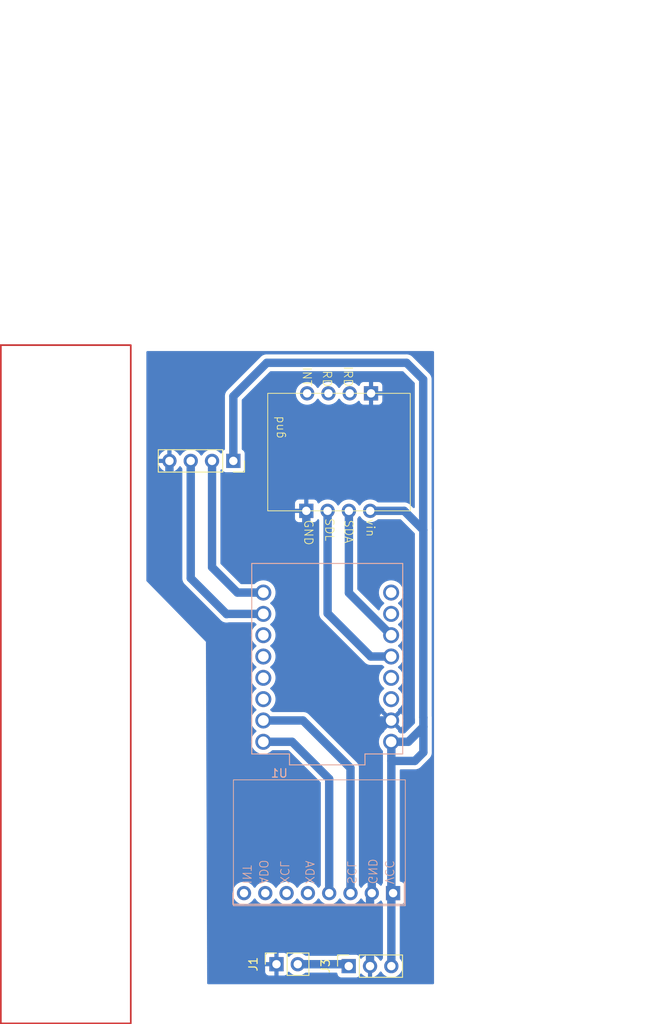
<source format=kicad_pcb>
(kicad_pcb (version 20221018) (generator pcbnew)
  (layers (0 "F.Cu" signal) (31 "B.Cu" signal) (34 "B.Paste" user) (35 "F.Paste" user) (36 "B.SilkS" user "B.Silkscreen") (37 "F.SilkS" user "F.Silkscreen") (38 "B.Mask" user) (39 "F.Mask" user) (44 "Edge.Cuts" user))
  (net 0 "")
  (net 1 "RX")
  (net 2 "TX")
  (net 3 "GND")
  (net 19 "Net-(J1-Pin_2)")
  (net 20 "+5V")
  (net 21 "SCL")
  (net 22 "SDA")
  (net 23 "SDAM")
  (net 24 "SCLM")
  (footprint "Connector_PinSocket_2.54mm:PinSocket_1x04_P2.54mm_Vertical" (layer "F.Cu") (at 77.152 69.423 -90)
    (fp_text reference "J2" hide)
    (fp_text value "GPS")
    (fp_line (start -1.33 1.27) (end -1.33 8.95) (stroke (width 0.12)) (layer "F.SilkS"))
    (fp_line (start -1.33 1.27) (end 1.33 1.27) (stroke (width 0.12)) (layer "F.SilkS"))
    (fp_line (start -1.33 8.95) (end 1.33 8.95) (stroke (width 0.12)) (layer "F.SilkS"))
    (fp_line (start 0 -1.33) (end 1.33 -1.33) (stroke (width 0.12)) (layer "F.SilkS"))
    (fp_line (start 1.33 -1.33) (end 1.33 0) (stroke (width 0.12)) (layer "F.SilkS"))
    (fp_line (start 1.33 1.27) (end 1.33 8.95) (stroke (width 0.12)) (layer "F.SilkS"))
    (pad "1" thru_hole rect (at 0 0 270) (size 1.7 1.7) (drill 1) (layers "*.Cu" "*.Mask") (net 20 "+5V"))
    (pad "2" thru_hole oval (at 0 2.54 270) (size 1.7 1.7) (drill 1) (layers "*.Cu" "*.Mask") (net 1 "RX"))
    (pad "3" thru_hole oval (at 0 5.08 270) (size 1.7 1.7) (drill 1) (layers "*.Cu" "*.Mask") (net 2 "TX"))
    (pad "4" thru_hole oval (at 0 7.62 270) (size 1.7 1.7) (drill 1) (layers "*.Cu" "*.Mask") (net 3 "GND"))
  )
  (footprint "Connector_PinSocket_2.54mm:PinSocket_1x03_P2.54mm_Vertical" (layer "F.Cu") (at 90.912 129.623 90)
    (fp_text reference "J3" (at 0 -2.77 90) (layer "F.SilkS"))
    (fp_text value "L7805")
    (fp_line (start -1.33 1.27) (end -1.33 6.41) (stroke (width 0.12)) (layer "F.SilkS"))
    (fp_line (start -1.33 1.27) (end 1.33 1.27) (stroke (width 0.12)) (layer "F.SilkS"))
    (fp_line (start -1.33 6.41) (end 1.33 6.41) (stroke (width 0.12)) (layer "F.SilkS"))
    (fp_line (start 0 -1.33) (end 1.33 -1.33) (stroke (width 0.12)) (layer "F.SilkS"))
    (fp_line (start 1.33 -1.33) (end 1.33 0) (stroke (width 0.12)) (layer "F.SilkS"))
    (fp_line (start 1.33 1.27) (end 1.33 6.41) (stroke (width 0.12)) (layer "F.SilkS"))
    (pad "1" thru_hole rect (at 0 0 90) (size 1.7 1.7) (drill 1) (layers "*.Cu" "*.Mask") (net 19 "Net-(J1-Pin_2)"))
    (pad "2" thru_hole oval (at 0 2.54 90) (size 1.7 1.7) (drill 1) (layers "*.Cu" "*.Mask") (net 3 "GND"))
    (pad "3" thru_hole oval (at 0 5.08 90) (size 1.7 1.7) (drill 1) (layers "*.Cu" "*.Mask") (net 20 "+5V"))
  )
  (footprint "Connector_PinSocket_2.54mm:PinSocket_1x02_P2.54mm_Vertical" (layer "F.Cu") (at 82.296 129.3948 90)
    (fp_text reference "J1" (at 0 -2.77 90) (layer "F.SilkS"))
    (fp_text value "7.4")
    (fp_line (start -1.33 1.27) (end -1.33 3.87) (stroke (width 0.12)) (layer "F.SilkS"))
    (fp_line (start -1.33 1.27) (end 1.33 1.27) (stroke (width 0.12)) (layer "F.SilkS"))
    (fp_line (start -1.33 3.87) (end 1.33 3.87) (stroke (width 0.12)) (layer "F.SilkS"))
    (fp_line (start 0 -1.33) (end 1.33 -1.33) (stroke (width 0.12)) (layer "F.SilkS"))
    (fp_line (start 1.33 -1.33) (end 1.33 0) (stroke (width 0.12)) (layer "F.SilkS"))
    (fp_line (start 1.33 1.27) (end 1.33 3.87) (stroke (width 0.12)) (layer "F.SilkS"))
    (pad "1" thru_hole rect (at 0 0 90) (size 1.7 1.7) (drill 1) (layers "*.Cu" "*.Mask") (net 3 "GND"))
    (pad "2" thru_hole oval (at 0 2.54 90) (size 1.7 1.7) (drill 1) (layers "*.Cu" "*.Mask") (net 19 "Net-(J1-Pin_2)"))
  )
  (footprint "HUELLAS MIAS:Max30102" (layer "F.Cu") (at 91.052 67.373 180)
    (fp_text reference "U2" hide)
    (fp_text value "~")
    (fp_text user "GND" (at 5.52 -9 270 unlocked) (layer "F.SilkS") (effects (font (thickness 0.1)) (justify left bottom)))
    (fp_text user "vin" (at -1.88 -8.9 270 unlocked) (layer "F.SilkS") (effects (font (thickness 0.1)) (justify left bottom)))
    (fp_text user "IRD" (at 0.8 9.3 270 unlocked) (layer "F.SilkS") (effects (font (thickness 0.1)) (justify left bottom)))
    (fp_text user "SDL" (at 3.02 -8.8 270 unlocked) (layer "F.SilkS") (effects (font (thickness 0.1)) (justify left bottom)))
    (fp_text user "SDA" (at 0.72 -9 270 unlocked) (layer "F.SilkS") (effects (font (thickness 0.1)) (justify left bottom)))
    (fp_text user "gnd" (at 7.87 0.54 90 unlocked) (layer "F.SilkS") (effects (font (thickness 0.1)) (justify left bottom)))
    (fp_text user "RD" (at 3.3 8.8 270 unlocked) (layer "F.SilkS") (effects (font (thickness 0.1)) (justify left bottom)))
    (fp_text user "INT" (at 5.7 9.2 270 unlocked) (layer "F.SilkS") (effects (font (thickness 0.1)) (justify left bottom)))
    (fp_rect (start 9.8 6) (end -7.2 -8) (stroke (width 0.1)) (fill none) (layer "F.SilkS"))
    (pad "1" thru_hole rect (at 5.2 -8 90) (size 1.7 1.7) (drill 1) (layers "*.Cu" "*.Mask") (net 3 "GND"))
    (pad "2" thru_hole oval (at 2.66 -8 90) (size 1.7 1.7) (drill 1) (layers "*.Cu" "*.Mask") (net 24 "SCLM"))
    (pad "3" thru_hole oval (at 0.12 -8 90) (size 1.7 1.7) (drill 1) (layers "*.Cu" "*.Mask") (net 23 "SDAM"))
    (pad "4" thru_hole oval (at -2.42 -8 90) (size 1.7 1.7) (drill 1) (layers "*.Cu" "*.Mask") (net 20 "+5V"))
    (pad "5" thru_hole rect (at -2.52 6 270) (size 1.7 1.7) (drill 1) (layers "*.Cu" "*.Mask") (net 3 "GND"))
    (pad "6" thru_hole oval (at 0.02 6 270) (size 1.7 1.7) (drill 1) (layers "*.Cu" "*.Mask"))
    (pad "7" thru_hole oval (at 2.56 6 270) (size 1.7 1.7) (drill 1) (layers "*.Cu" "*.Mask"))
    (pad "8" thru_hole oval (at 5.1 6 270) (size 1.7 1.7) (drill 1) (layers "*.Cu" "*.Mask"))
  )
  (footprint "ESP32-C3_SUPERMINI_TH:MODULE_ESP32-C3_SUPERMINI" (layer "B.Cu") (at 88.3486 92.9916)
    (fp_text reference "U1" (at -5.715 13.6525) (layer "B.SilkS") (effects (justify mirror)))
    (fp_text value "ESP32-C3_SUPERMINI_TH" hide)
    (fp_line (start -9 -11.35) (end -9 11.35) (stroke (width 0.127)) (layer "B.SilkS"))
    (fp_line (start -4.5 11.35) (end -9 11.35) (stroke (width 0.127)) (layer "B.SilkS"))
    (fp_line (start -4.5 12.65) (end -4.5 11.35) (stroke (width 0.127)) (layer "B.SilkS"))
    (fp_line (start 4.5 12.65) (end -4.5 12.65) (stroke (width 0.127)) (layer "B.SilkS"))
    (fp_line (start 4.5 12.65) (end 4.5 11.35) (stroke (width 0.127)) (layer "B.SilkS"))
    (fp_line (start 9 -11.35) (end -9 -11.35) (stroke (width 0.127)) (layer "B.SilkS"))
    (fp_line (start 9 -11.35) (end 9 11.35) (stroke (width 0.127)) (layer "B.SilkS"))
    (fp_line (start 9 11.35) (end 4.5 11.35) (stroke (width 0.127)) (layer "B.SilkS"))
    (pad "0" thru_hole circle (at 7.62 -7.88) (size 1.905 1.905) (drill 1.27) (layers "*.Cu" "*.Mask"))
    (pad "1" thru_hole circle (at 7.62 -5.34) (size 1.905 1.905) (drill 1.27) (layers "*.Cu" "*.Mask"))
    (pad "2" thru_hole circle (at 7.62 -2.8) (size 1.905 1.905) (drill 1.27) (layers "*.Cu" "*.Mask") (net 23 "SDAM"))
    (pad "3" thru_hole circle (at 7.62 -0.26) (size 1.905 1.905) (drill 1.27) (layers "*.Cu" "*.Mask") (net 24 "SCLM"))
    (pad "3.3" thru_hole circle (at 7.62 4.82) (size 1.905 1.905) (drill 1.27) (layers "*.Cu" "*.Mask"))
    (pad "4" thru_hole circle (at 7.62 2.28) (size 1.905 1.905) (drill 1.27) (layers "*.Cu" "*.Mask"))
    (pad "5" thru_hole circle (at -7.62 9.9) (size 1.905 1.905) (drill 1.27) (layers "*.Cu" "*.Mask") (net 22 "SDA"))
    (pad "5V" thru_hole circle (at 7.62 9.9) (size 1.905 1.905) (drill 1.27) (layers "*.Cu" "*.Mask") (net 20 "+5V"))
    (pad "6" thru_hole circle (at -7.62 7.36) (size 1.905 1.905) (drill 1.27) (layers "*.Cu" "*.Mask") (net 21 "SCL"))
    (pad "7" thru_hole circle (at -7.62 4.82) (size 1.905 1.905) (drill 1.27) (layers "*.Cu" "*.Mask"))
    (pad "8" thru_hole circle (at -7.62 2.28) (size 1.905 1.905) (drill 1.27) (layers "*.Cu" "*.Mask"))
    (pad "9" thru_hole circle (at -7.62 -0.26) (size 1.905 1.905) (drill 1.27) (layers "*.Cu" "*.Mask"))
    (pad "10" thru_hole circle (at -7.62 -2.8) (size 1.905 1.905) (drill 1.27) (layers "*.Cu" "*.Mask"))
    (pad "20" thru_hole circle (at -7.62 -5.34) (size 1.905 1.905) (drill 1.27) (layers "*.Cu" "*.Mask") (net 2 "TX"))
    (pad "21" thru_hole circle (at -7.62 -7.88) (size 1.905 1.905) (drill 1.27) (layers "*.Cu" "*.Mask") (net 1 "RX"))
    (pad "G" thru_hole circle (at 7.62 7.36) (size 1.905 1.905) (drill 1.27) (layers "*.Cu" "*.Mask") (net 3 "GND"))
  )
  (footprint "HUELLAS MIAS:MPU6050" (layer "B.Cu") (at 88.162 114.423 90)
    (fp_text reference "MPU1" hide)
    (fp_text value "~")
    (fp_text user "INT" (at -5.5 -10 270 unlocked) (layer "B.SilkS") (effects (font (thickness 0.1)) (justify left bottom mirror)))
    (fp_text user "XCL" (at -5.5 -5.5 270 unlocked) (layer "B.SilkS") (effects (font (thickness 0.1)) (justify left bottom mirror)))
    (fp_text user "ADO" (at -5.5 -8 270 unlocked) (layer "B.SilkS") (effects (font (thickness 0.1)) (justify left bottom mirror)))
    (fp_text user "SCL" (at -5.5 2.5 270 unlocked) (layer "B.SilkS") (effects (font (thickness 0.1)) (justify left bottom mirror)))
    (fp_text user "VCC" (at -5.5 7 270 unlocked) (layer "B.SilkS") (effects (font (thickness 0.1)) (justify left bottom mirror)))
    (fp_text user "XDA" (at -5.5 -2.5 270 unlocked) (layer "B.SilkS") (effects (font (thickness 0.1)) (justify left bottom mirror)))
    (fp_text user "GND" (at -5.5 5 270 unlocked) (layer "B.SilkS") (effects (font (thickness 0.1)) (justify left bottom mirror)))
    (fp_line (start -7.83 -11.07) (end -7.83 -9.74) (stroke (width 0.12)) (layer "B.SilkS"))
    (fp_line (start -7.83 -8.47) (end -7.83 9.37) (stroke (width 0.12)) (layer "B.SilkS"))
    (fp_line (start -7.83 6.77) (end -7.83 -11.07) (stroke (width 0.12)) (layer "B.SilkS"))
    (fp_line (start -6.5 -11.07) (end -7.83 -11.07) (stroke (width 0.12)) (layer "B.SilkS"))
    (fp_line (start -5.17 9.37) (end -7.83 9.37) (stroke (width 0.12)) (layer "B.SilkS"))
    (fp_rect (start -8 9.5) (end 7 -11) (stroke (width 0.1)) (fill none) (layer "B.SilkS"))
    (pad "1" thru_hole rect (at -6.5 8.04 90) (size 1.7 1.7) (drill 1) (layers "*.Cu" "*.Mask") (net 20 "+5V"))
    (pad "2" thru_hole oval (at -6.5 5.5 90) (size 1.7 1.7) (drill 1) (layers "*.Cu" "*.Mask") (net 3 "GND"))
    (pad "3" thru_hole oval (at -6.5 2.96 90) (size 1.7 1.7) (drill 1) (layers "*.Cu" "*.Mask") (net 21 "SCL"))
    (pad "4" thru_hole oval (at -6.5 0.42 90) (size 1.7 1.7) (drill 1) (layers "*.Cu" "*.Mask") (net 22 "SDA"))
    (pad "5" thru_hole oval (at -6.5 -2.12 90) (size 1.7 1.7) (drill 1) (layers "*.Cu" "*.Mask"))
    (pad "6" thru_hole oval (at -6.5 -4.66 90) (size 1.7 1.7) (drill 1) (layers "*.Cu" "*.Mask"))
    (pad "7" thru_hole oval (at -6.5 -7.2 90) (size 1.7 1.7) (drill 1) (layers "*.Cu" "*.Mask"))
    (pad "8" thru_hole oval (at -6.5 -9.74 90) (size 1.7 1.7) (drill 1) (layers "*.Cu" "*.Mask"))
  )
  (gr_rect (start 49.4284 55.626) (end 64.9224 136.4488) (stroke (width 0.2)) (fill none) (layer "F.Cu"))
  (segment (start 80.7286 85.1116) (end 77.6306 85.1116) (width 1) (layer "B.Cu") (net 1))
  (segment (start 80.7072 85.133) (end 80.7286 85.1116) (width 1) (layer "B.Cu") (net 1))
  (segment (start 77.6306 85.1116) (end 74.612 82.093) (width 1) (layer "B.Cu") (net 1))
  (segment (start 74.612 82.093) (end 74.612 69.423) (width 1) (layer "B.Cu") (net 1))
  (segment (start 76.352 87.683) (end 76.3834 87.6516) (width 1) (layer "B.Cu") (net 2))
  (segment (start 72.072 83.403) (end 76.352 87.683) (width 1) (layer "B.Cu") (net 2))
  (segment (start 80.7072 87.673) (end 80.7286 87.6516) (width 1) (layer "B.Cu") (net 2))
  (segment (start 72.072 69.423) (end 72.072 83.403) (width 1) (layer "B.Cu") (net 2))
  (segment (start 76.3834 87.6516) (end 80.7286 87.6516) (width 1) (layer "B.Cu") (net 2))
  (segment (start 93.452 129.623) (end 93.452 125.893) (width 1) (layer "B.Cu") (net 3))
  (segment (start 95.6834 100.3516) (end 93.662 102.373) (width 1) (layer "B.Cu") (net 3))
  (segment (start 93.662 61.283) (end 93.572 61.373) (width 1) (layer "B.Cu") (net 3))
  (segment (start 93.662 102.373) (end 93.662 120.923) (width 1) (layer "B.Cu") (net 3))
  (segment (start 75.522 89.923) (end 69.532 83.933) (width 1) (layer "B.Cu") (net 3))
  (segment (start 75.522 123.763) (end 75.522 89.923) (width 1) (layer "B.Cu") (net 3))
  (segment (start 93.452 125.893) (end 77.652 125.893) (width 1) (layer "B.Cu") (net 3))
  (segment (start 77.652 125.893) (end 75.522 123.763) (width 1) (layer "B.Cu") (net 3))
  (segment (start 93.452 125.893) (end 93.452 121.133) (width 1) (layer "B.Cu") (net 3))
  (segment (start 69.532 83.933) (end 69.532 69.423) (width 1) (layer "B.Cu") (net 3))
  (segment (start 95.9686 100.3516) (end 92.6706 100.3516) (width 1) (layer "B.Cu") (net 3))
  (segment (start 93.452 121.133) (end 93.662 120.923) (width 1) (layer "B.Cu") (net 3))
  (segment (start 95.9686 100.3516) (end 95.6834 100.3516) (width 1) (layer "B.Cu") (net 3))
  (segment (start 92.6706 100.3516) (end 85.852 93.533) (width 1) (layer "B.Cu") (net 3))
  (segment (start 85.852 93.533) (end 85.852 75.373) (width 1) (layer "B.Cu") (net 3))
  (segment (start 84.836 129.3948) (end 90.6838 129.3948) (width 1) (layer "B.Cu") (net 19))
  (segment (start 90.6838 129.3948) (end 90.912 129.623) (width 1) (layer "B.Cu") (net 19))
  (segment (start 95.992 102.915) (end 95.9686 102.8916) (width 1) (layer "B.Cu") (net 20))
  (segment (start 99.792 77.643) (end 99.792 59.723) (width 1) (layer "B.Cu") (net 20))
  (segment (start 99.537 77.388) (end 99.802 77.653) (width 1) (layer "B.Cu") (net 20))
  (segment (start 98.792 105.173) (end 99.812 104.153) (width 1) (layer "B.Cu") (net 20))
  (segment (start 95.992 129.623) (end 95.992 105.173) (width 1) (layer "B.Cu") (net 20))
  (segment (start 77.152 69.423) (end 77.152 61.723) (width 1) (layer "B.Cu") (net 20))
  (segment (start 99.812 104.153) (end 99.812 101.103) (width 1) (layer "B.Cu") (net 20))
  (segment (start 99.802 99.993) (end 99.812 100.003) (width 1) (layer "B.Cu") (net 20))
  (segment (start 99.812 100.003) (end 99.812 101.103) (width 1) (layer "B.Cu") (net 20))
  (segment (start 97.522 75.373) (end 99.537 77.388) (width 1) (layer "B.Cu") (net 20))
  (segment (start 99.802 77.653) (end 99.792 77.643) (width 1) (layer "B.Cu") (net 20))
  (segment (start 99.802 77.653) (end 99.802 99.993) (width 1) (layer "B.Cu") (net 20))
  (segment (start 98.0234 102.8916) (end 95.9686 102.8916) (width 1) (layer "B.Cu") (net 20))
  (segment (start 99.812 101.103) (end 98.0234 102.8916) (width 1) (layer "B.Cu") (net 20))
  (segment (start 93.472 75.373) (end 97.522 75.373) (width 1) (layer "B.Cu") (net 20))
  (segment (start 99.792 59.723) (end 97.802 57.733) (width 1) (layer "B.Cu") (net 20))
  (segment (start 77.152 61.723) (end 81.142 57.733) (width 1) (layer "B.Cu") (net 20))
  (segment (start 95.992 105.173) (end 98.792 105.173) (width 1) (layer "B.Cu") (net 20))
  (segment (start 97.802 57.733) (end 81.142 57.733) (width 1) (layer "B.Cu") (net 20))
  (segment (start 95.992 105.173) (end 95.992 102.915) (width 1) (layer "B.Cu") (net 20))
  (segment (start 85.4534 100.3516) (end 91.122 106.0202) (width 1) (layer "B.Cu") (net 21))
  (segment (start 91.122 106.0202) (end 91.122 120.923) (width 1) (layer "B.Cu") (net 21))
  (segment (start 80.7286 100.3516) (end 85.4534 100.3516) (width 1) (layer "B.Cu") (net 21))
  (segment (start 88.582 120.923) (end 88.582 107.313) (width 1) (layer "B.Cu") (net 22))
  (segment (start 88.582 107.313) (end 84.1606 102.8916) (width 1) (layer "B.Cu") (net 22))
  (segment (start 84.1606 102.8916) (end 80.7286 102.8916) (width 1) (layer "B.Cu") (net 22))
  (segment (start 90.932 85.155) (end 95.9686 90.1916) (width 1) (layer "B.Cu") (net 23))
  (segment (start 90.932 75.373) (end 90.932 85.155) (width 1) (layer "B.Cu") (net 23))
  (segment (start 93.5306 92.7316) (end 95.9686 92.7316) (width 1) (layer "B.Cu") (net 24))
  (segment (start 88.392 75.373) (end 88.392 87.593) (width 1) (layer "B.Cu") (net 24))
  (segment (start 88.392 87.593) (end 93.5306 92.7316) (width 1) (layer "B.Cu") (net 24))
  (zone (net 3) (net_name "GND") (layer "B.Cu") (connect_pads (clearance 0.5)) (min_thickness 0.25) (fill yes (thermal_gap 0.5) (thermal_bridge_width 0.5))
    (polygon (pts (xy 66.782 56.333) (xy 101.082 56.333) (xy 101.082 131.783) (xy 74.032 131.783) (xy 73.882 90.983) (xy 66.782 83.733)))
  )
)
</source>
